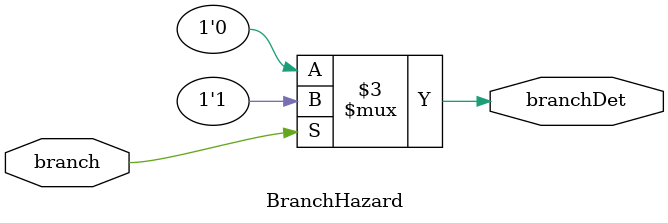
<source format=v>
module BranchHazard(
		input branch,
		output reg branchDet
    );
	 always@(*)
	 begin
	 if(branch)
	 branchDet<=1'b1;
	 else 
	 branchDet<=1'b0;
	 end


endmodule

</source>
